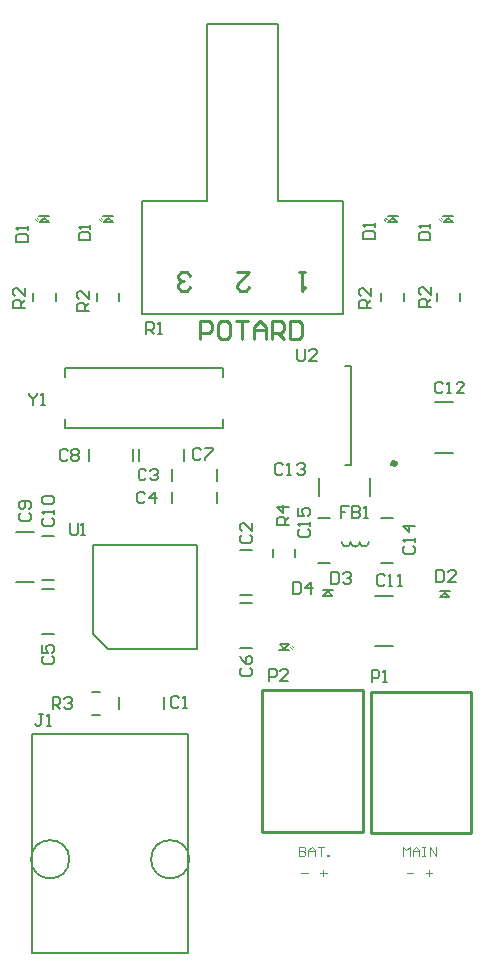
<source format=gto>
%FSLAX42Y42*%
%MOMM*%
G71*
G01*
G75*
G04 Layer_Color=65535*
%ADD10R,1.50X0.30*%
%ADD11R,0.30X1.50*%
%ADD12O,0.30X1.50*%
%ADD13R,5.50X2.00*%
%ADD14R,1.68X1.52*%
%ADD15R,1.10X1.00*%
%ADD16R,1.00X1.10*%
%ADD17R,1.30X1.50*%
%ADD18R,1.50X1.30*%
%ADD19R,2.00X1.20*%
%ADD20R,5.60X5.60*%
%ADD21C,1.00*%
%ADD22C,0.25*%
%ADD23C,0.50*%
%ADD24C,2.00*%
%ADD25R,2.00X2.00*%
%ADD26C,1.20*%
%ADD27C,0.50*%
%ADD28C,3.30*%
%ADD29C,2.00*%
%ADD30C,0.20*%
%ADD31C,0.10*%
D22*
X2215Y-5350D02*
X3065D01*
Y-4150D01*
X2215Y-5350D02*
Y-4150D01*
X3065D01*
X3135Y-5360D02*
X3985D01*
Y-4160D01*
X3135Y-5360D02*
Y-4160D01*
X3985D01*
X2575Y-612D02*
X2525D01*
X2550D01*
Y-765D01*
X2575Y-739D01*
X1999Y-612D02*
X2101D01*
X1999Y-714D01*
Y-739D01*
X2025Y-765D01*
X2075D01*
X2101Y-739D01*
X1601D02*
X1575Y-765D01*
X1525D01*
X1499Y-739D01*
Y-714D01*
X1525Y-688D01*
X1550D01*
X1525D01*
X1499Y-663D01*
Y-638D01*
X1525Y-612D01*
X1575D01*
X1601Y-638D01*
X1691Y-1172D02*
Y-1020D01*
X1767D01*
X1793Y-1045D01*
Y-1096D01*
X1767Y-1121D01*
X1691D01*
X1920Y-1020D02*
X1869D01*
X1843Y-1045D01*
Y-1147D01*
X1869Y-1172D01*
X1920D01*
X1945Y-1147D01*
Y-1045D01*
X1920Y-1020D01*
X1996D02*
X2097D01*
X2047D01*
Y-1172D01*
X2148D02*
Y-1070D01*
X2199Y-1020D01*
X2250Y-1070D01*
Y-1172D01*
Y-1096D01*
X2148D01*
X2300Y-1172D02*
Y-1020D01*
X2377D01*
X2402Y-1045D01*
Y-1096D01*
X2377Y-1121D01*
X2300D01*
X2351D02*
X2402Y-1172D01*
X2453Y-1020D02*
Y-1172D01*
X2529D01*
X2554Y-1147D01*
Y-1045D01*
X2529Y-1020D01*
X2453D01*
D23*
X3340Y-2230D02*
G03*
X3340Y-2230I-10J0D01*
G01*
D30*
X3041Y-2895D02*
G03*
X3117Y-2895I38J0D01*
G01*
X2965D02*
G03*
X3041Y-2895I38J0D01*
G01*
X2888D02*
G03*
X2965Y-2895I38J0D01*
G01*
X582Y-5580D02*
G03*
X582Y-5580I-162J0D01*
G01*
X1598D02*
G03*
X1598Y-5580I-162J0D01*
G01*
X783Y-3673D02*
X912Y-3802D01*
X783Y-3673D02*
Y-2919D01*
X1666D01*
Y-3802D02*
Y-2919D01*
X912Y-3802D02*
X1666D01*
X542Y-1925D02*
X1882D01*
X542Y-1425D02*
X1882D01*
Y-1494D02*
Y-1425D01*
Y-1925D02*
Y-1856D01*
X542Y-1925D02*
Y-1856D01*
Y-1494D02*
Y-1425D01*
X2727Y-3300D02*
X2813D01*
X2770Y-3312D02*
X2808Y-3351D01*
X2732D02*
X2808D01*
X2732D02*
X2770Y-3312D01*
X3717Y-3310D02*
X3803D01*
X3760Y-3322D02*
X3798Y-3361D01*
X3722D02*
X3798D01*
X3722D02*
X3760Y-3322D01*
X2304Y-3018D02*
Y-2953D01*
X2496Y-3018D02*
Y-2953D01*
X778Y-4356D02*
X843D01*
X778Y-4164D02*
X843D01*
X466Y-853D02*
Y-788D01*
X274Y-853D02*
Y-788D01*
X1006Y-852D02*
Y-788D01*
X814Y-852D02*
Y-788D01*
X3416Y-852D02*
Y-788D01*
X3224Y-852D02*
Y-788D01*
X3886Y-852D02*
Y-788D01*
X3694Y-852D02*
Y-788D01*
X2699Y-2506D02*
Y-2354D01*
X3125Y-2430D02*
Y-2354D01*
Y-2506D02*
Y-2430D01*
X3678Y-1712D02*
X3831D01*
X3755Y-2138D02*
X3831D01*
X3678D02*
X3755D01*
X3174Y-3349D02*
X3326D01*
X3250Y-3775D02*
X3326D01*
X3174D02*
X3250D01*
X134Y-3236D02*
X286D01*
X134Y-2810D02*
X210D01*
X286D01*
X2739Y-3070D02*
X2790D01*
X2688Y-2690D02*
X2790D01*
X2688Y-3070D02*
X2739D01*
X3269Y-3071D02*
X3320D01*
X3218Y-2690D02*
X3320D01*
X3218Y-3071D02*
X3269D01*
X399Y-3220D02*
X450D01*
X348Y-2840D02*
X450D01*
X348Y-3220D02*
X399D01*
X1125Y-2160D02*
Y-2109D01*
X745Y-2211D02*
Y-2109D01*
X1125Y-2211D02*
Y-2160D01*
X1555Y-2160D02*
Y-2109D01*
X1174Y-2211D02*
Y-2109D01*
X1555Y-2211D02*
Y-2160D01*
X2024Y-3410D02*
X2075D01*
X2024Y-3790D02*
X2126D01*
X2075Y-3410D02*
X2126D01*
X400Y-3675D02*
X451D01*
X349Y-3295D02*
X451D01*
X349Y-3675D02*
X400D01*
X1832Y-2517D02*
Y-2467D01*
X1452Y-2568D02*
Y-2467D01*
X1832Y-2568D02*
Y-2517D01*
Y-2328D02*
Y-2277D01*
X1452Y-2378D02*
Y-2277D01*
X1832Y-2378D02*
Y-2328D01*
X2075Y-3340D02*
X2126D01*
X2024Y-2959D02*
X2126D01*
X2024Y-3340D02*
X2075D01*
X1005Y-4311D02*
Y-4260D01*
X1386Y-4311D02*
Y-4209D01*
X1005Y-4260D02*
Y-4209D01*
X2400Y-3796D02*
X2438Y-3758D01*
X2362D02*
X2438D01*
X2362D02*
X2400Y-3796D01*
X2357Y-3809D02*
X2443D01*
X332Y-187D02*
X370Y-149D01*
X332Y-187D02*
X408D01*
X370Y-149D02*
X408Y-187D01*
X327Y-136D02*
X413D01*
X872Y-187D02*
X910Y-149D01*
X872Y-187D02*
X948D01*
X910Y-149D02*
X948Y-187D01*
X867Y-136D02*
X953D01*
X3282Y-187D02*
X3320Y-149D01*
X3282Y-187D02*
X3358D01*
X3320Y-149D02*
X3358Y-187D01*
X3277Y-136D02*
X3363D01*
X3752Y-187D02*
X3790Y-149D01*
X3752Y-187D02*
X3828D01*
X3790Y-149D02*
X3828Y-187D01*
X3747Y-136D02*
X3833D01*
X2968Y-2244D02*
Y-1406D01*
X2913D02*
X2968D01*
X2913Y-2244D02*
X2968D01*
X2350Y-10D02*
Y1490D01*
X1750D02*
X2350D01*
X1750Y-10D02*
Y1490D01*
X1200Y-10D02*
X1750D01*
X1200Y-960D02*
Y-10D01*
Y-960D02*
X2900D01*
Y-10D01*
X2350D02*
X2900D01*
X268Y-4520D02*
X1588D01*
X268Y-6370D02*
X1588D01*
Y-4520D01*
X268Y-6370D02*
Y-4520D01*
X1509Y-4217D02*
X1492Y-4200D01*
X1459D01*
X1442Y-4217D01*
Y-4283D01*
X1459Y-4300D01*
X1492D01*
X1509Y-4283D01*
X1542Y-4300D02*
X1575D01*
X1559D01*
Y-4200D01*
X1542Y-4217D01*
X2047Y-2833D02*
X2030Y-2850D01*
Y-2883D01*
X2047Y-2900D01*
X2113D01*
X2130Y-2883D01*
Y-2850D01*
X2113Y-2833D01*
X2130Y-2733D02*
Y-2800D01*
X2063Y-2733D01*
X2047D01*
X2030Y-2750D01*
Y-2783D01*
X2047Y-2800D01*
X1234Y-2289D02*
X1217Y-2273D01*
X1184D01*
X1168Y-2289D01*
Y-2356D01*
X1184Y-2373D01*
X1217D01*
X1234Y-2356D01*
X1267Y-2289D02*
X1284Y-2273D01*
X1317D01*
X1334Y-2289D01*
Y-2306D01*
X1317Y-2323D01*
X1301D01*
X1317D01*
X1334Y-2339D01*
Y-2356D01*
X1317Y-2373D01*
X1284D01*
X1267Y-2356D01*
X1224Y-2484D02*
X1207Y-2468D01*
X1174D01*
X1157Y-2484D01*
Y-2551D01*
X1174Y-2567D01*
X1207D01*
X1224Y-2551D01*
X1307Y-2567D02*
Y-2468D01*
X1257Y-2518D01*
X1324D01*
X367Y-3863D02*
X350Y-3880D01*
Y-3913D01*
X367Y-3930D01*
X433D01*
X450Y-3913D01*
Y-3880D01*
X433Y-3863D01*
X350Y-3763D02*
Y-3830D01*
X400D01*
X383Y-3797D01*
Y-3780D01*
X400Y-3763D01*
X433D01*
X450Y-3780D01*
Y-3813D01*
X433Y-3830D01*
X2042Y-3958D02*
X2025Y-3975D01*
Y-4008D01*
X2042Y-4025D01*
X2108D01*
X2125Y-4008D01*
Y-3975D01*
X2108Y-3958D01*
X2025Y-3858D02*
X2042Y-3892D01*
X2075Y-3925D01*
X2108D01*
X2125Y-3908D01*
Y-3875D01*
X2108Y-3858D01*
X2092D01*
X2075Y-3875D01*
Y-3925D01*
X1697Y-2117D02*
X1680Y-2100D01*
X1647D01*
X1630Y-2117D01*
Y-2183D01*
X1647Y-2200D01*
X1680D01*
X1697Y-2183D01*
X1730Y-2100D02*
X1797D01*
Y-2117D01*
X1730Y-2183D01*
Y-2200D01*
X567Y-2127D02*
X550Y-2110D01*
X517D01*
X500Y-2127D01*
Y-2193D01*
X517Y-2210D01*
X550D01*
X567Y-2193D01*
X600Y-2127D02*
X617Y-2110D01*
X650D01*
X667Y-2127D01*
Y-2143D01*
X650Y-2160D01*
X667Y-2177D01*
Y-2193D01*
X650Y-2210D01*
X617D01*
X600Y-2193D01*
Y-2177D01*
X617Y-2160D01*
X600Y-2143D01*
Y-2127D01*
X617Y-2160D02*
X650D01*
X177Y-2648D02*
X160Y-2665D01*
Y-2698D01*
X177Y-2715D01*
X243D01*
X260Y-2698D01*
Y-2665D01*
X243Y-2648D01*
Y-2615D02*
X260Y-2598D01*
Y-2565D01*
X243Y-2548D01*
X177D01*
X160Y-2565D01*
Y-2598D01*
X177Y-2615D01*
X193D01*
X210Y-2598D01*
Y-2548D01*
X366Y-2689D02*
X349Y-2706D01*
Y-2739D01*
X366Y-2755D01*
X433D01*
X449Y-2739D01*
Y-2706D01*
X433Y-2689D01*
X449Y-2656D02*
Y-2622D01*
Y-2639D01*
X349D01*
X366Y-2656D01*
Y-2572D02*
X349Y-2556D01*
Y-2522D01*
X366Y-2506D01*
X433D01*
X449Y-2522D01*
Y-2556D01*
X433Y-2572D01*
X366D01*
X3251Y-3186D02*
X3235Y-3169D01*
X3201D01*
X3185Y-3186D01*
Y-3253D01*
X3201Y-3269D01*
X3235D01*
X3251Y-3253D01*
X3285Y-3269D02*
X3318D01*
X3301D01*
Y-3169D01*
X3285Y-3186D01*
X3368Y-3269D02*
X3401D01*
X3385D01*
Y-3169D01*
X3368Y-3186D01*
X3744Y-1553D02*
X3727Y-1536D01*
X3694D01*
X3677Y-1553D01*
Y-1619D01*
X3694Y-1636D01*
X3727D01*
X3744Y-1619D01*
X3777Y-1636D02*
X3811D01*
X3794D01*
Y-1536D01*
X3777Y-1553D01*
X3927Y-1636D02*
X3861D01*
X3927Y-1569D01*
Y-1553D01*
X3911Y-1536D01*
X3877D01*
X3861Y-1553D01*
X2392Y-2242D02*
X2375Y-2225D01*
X2342D01*
X2325Y-2242D01*
Y-2308D01*
X2342Y-2325D01*
X2375D01*
X2392Y-2308D01*
X2425Y-2325D02*
X2458D01*
X2442D01*
Y-2225D01*
X2425Y-2242D01*
X2508D02*
X2525Y-2225D01*
X2558D01*
X2575Y-2242D01*
Y-2258D01*
X2558Y-2275D01*
X2542D01*
X2558D01*
X2575Y-2292D01*
Y-2308D01*
X2558Y-2325D01*
X2525D01*
X2508Y-2308D01*
X3426Y-2929D02*
X3409Y-2946D01*
Y-2979D01*
X3426Y-2996D01*
X3493D01*
X3509Y-2979D01*
Y-2946D01*
X3493Y-2929D01*
X3509Y-2896D02*
Y-2862D01*
Y-2879D01*
X3409D01*
X3426Y-2896D01*
X3509Y-2762D02*
X3409D01*
X3459Y-2812D01*
Y-2746D01*
X2534Y-2788D02*
X2518Y-2805D01*
Y-2838D01*
X2534Y-2855D01*
X2601D01*
X2617Y-2838D01*
Y-2805D01*
X2601Y-2788D01*
X2617Y-2755D02*
Y-2722D01*
Y-2738D01*
X2518D01*
X2534Y-2755D01*
X2518Y-2605D02*
Y-2672D01*
X2568D01*
X2551Y-2638D01*
Y-2622D01*
X2568Y-2605D01*
X2601D01*
X2617Y-2622D01*
Y-2655D01*
X2601Y-2672D01*
X3540Y-335D02*
X3640D01*
Y-285D01*
X3623Y-268D01*
X3557D01*
X3540Y-285D01*
Y-335D01*
X3640Y-235D02*
Y-202D01*
Y-218D01*
X3540D01*
X3557Y-235D01*
X3070Y-330D02*
X3170D01*
Y-280D01*
X3153Y-263D01*
X3087D01*
X3070Y-280D01*
Y-330D01*
X3170Y-230D02*
Y-197D01*
Y-213D01*
X3070D01*
X3087Y-230D01*
X660Y-340D02*
X760D01*
Y-290D01*
X743Y-273D01*
X677D01*
X660Y-290D01*
Y-340D01*
X760Y-240D02*
Y-207D01*
Y-223D01*
X660D01*
X677Y-240D01*
X130Y-350D02*
X230D01*
Y-300D01*
X213Y-283D01*
X147D01*
X130Y-300D01*
Y-350D01*
X230Y-250D02*
Y-217D01*
Y-233D01*
X130D01*
X147Y-250D01*
X3685Y-3129D02*
Y-3229D01*
X3735D01*
X3752Y-3212D01*
Y-3145D01*
X3735Y-3129D01*
X3685D01*
X3852Y-3229D02*
X3785D01*
X3852Y-3162D01*
Y-3145D01*
X3835Y-3129D01*
X3802D01*
X3785Y-3145D01*
X2800Y-3150D02*
Y-3250D01*
X2850D01*
X2867Y-3233D01*
Y-3167D01*
X2850Y-3150D01*
X2800D01*
X2900Y-3167D02*
X2917Y-3150D01*
X2950D01*
X2967Y-3167D01*
Y-3183D01*
X2950Y-3200D01*
X2933D01*
X2950D01*
X2967Y-3217D01*
Y-3233D01*
X2950Y-3250D01*
X2917D01*
X2900Y-3233D01*
X2475Y-3235D02*
Y-3335D01*
X2525D01*
X2542Y-3318D01*
Y-3252D01*
X2525Y-3235D01*
X2475D01*
X2625Y-3335D02*
Y-3235D01*
X2575Y-3285D01*
X2642D01*
X2946Y-2590D02*
X2879D01*
Y-2640D01*
X2913D01*
X2879D01*
Y-2690D01*
X2979Y-2590D02*
Y-2690D01*
X3029D01*
X3046Y-2673D01*
Y-2657D01*
X3029Y-2640D01*
X2979D01*
X3029D01*
X3046Y-2623D01*
Y-2607D01*
X3029Y-2590D01*
X2979D01*
X3079Y-2690D02*
X3112D01*
X3096D01*
Y-2590D01*
X3079Y-2607D01*
X357Y-4350D02*
X323D01*
X340D01*
Y-4433D01*
X323Y-4450D01*
X307D01*
X290Y-4433D01*
X390Y-4450D02*
X423D01*
X407D01*
Y-4350D01*
X390Y-4367D01*
X3142Y-4077D02*
Y-3977D01*
X3192D01*
X3208Y-3994D01*
Y-4027D01*
X3192Y-4044D01*
X3142D01*
X3242Y-4077D02*
X3275D01*
X3258D01*
Y-3977D01*
X3242Y-3994D01*
X2270Y-4070D02*
Y-3970D01*
X2320D01*
X2337Y-3987D01*
Y-4020D01*
X2320Y-4037D01*
X2270D01*
X2437Y-4070D02*
X2370D01*
X2437Y-4003D01*
Y-3987D01*
X2420Y-3970D01*
X2387D01*
X2370Y-3987D01*
X1230Y-1130D02*
Y-1030D01*
X1280D01*
X1297Y-1047D01*
Y-1080D01*
X1280Y-1097D01*
X1230D01*
X1263D02*
X1297Y-1130D01*
X1330D02*
X1363D01*
X1347D01*
Y-1030D01*
X1330Y-1047D01*
X3642Y-902D02*
X3543D01*
Y-853D01*
X3559Y-836D01*
X3593D01*
X3609Y-853D01*
Y-902D01*
Y-869D02*
X3642Y-836D01*
Y-736D02*
Y-803D01*
X3576Y-736D01*
X3559D01*
X3543Y-753D01*
Y-786D01*
X3559Y-803D01*
X3138Y-910D02*
X3038D01*
Y-860D01*
X3054Y-843D01*
X3088D01*
X3104Y-860D01*
Y-910D01*
Y-877D02*
X3138Y-843D01*
Y-743D02*
Y-810D01*
X3071Y-743D01*
X3054D01*
X3038Y-760D01*
Y-793D01*
X3054Y-810D01*
X750Y-935D02*
X650D01*
Y-885D01*
X667Y-868D01*
X700D01*
X717Y-885D01*
Y-935D01*
Y-902D02*
X750Y-868D01*
Y-768D02*
Y-835D01*
X683Y-768D01*
X667D01*
X650Y-785D01*
Y-818D01*
X667Y-835D01*
X203Y-912D02*
X103D01*
Y-863D01*
X119Y-846D01*
X153D01*
X169Y-863D01*
Y-912D01*
Y-879D02*
X203Y-846D01*
Y-746D02*
Y-813D01*
X136Y-746D01*
X119D01*
X103Y-763D01*
Y-796D01*
X119Y-813D01*
X440Y-4310D02*
Y-4210D01*
X490D01*
X507Y-4227D01*
Y-4260D01*
X490Y-4277D01*
X440D01*
X473D02*
X507Y-4310D01*
X540Y-4227D02*
X557Y-4210D01*
X590D01*
X607Y-4227D01*
Y-4243D01*
X590Y-4260D01*
X573D01*
X590D01*
X607Y-4277D01*
Y-4293D01*
X590Y-4310D01*
X557D01*
X540Y-4293D01*
X2440Y-2750D02*
X2340D01*
Y-2700D01*
X2357Y-2683D01*
X2390D01*
X2407Y-2700D01*
Y-2750D01*
Y-2717D02*
X2440Y-2683D01*
Y-2600D02*
X2340D01*
X2390Y-2650D01*
Y-2583D01*
X585Y-2735D02*
Y-2818D01*
X602Y-2835D01*
X635D01*
X652Y-2818D01*
Y-2735D01*
X685Y-2835D02*
X718D01*
X702D01*
Y-2735D01*
X685Y-2752D01*
X2510Y-1260D02*
Y-1343D01*
X2527Y-1360D01*
X2560D01*
X2577Y-1343D01*
Y-1260D01*
X2677Y-1360D02*
X2610D01*
X2677Y-1293D01*
Y-1277D01*
X2660Y-1260D01*
X2627D01*
X2610Y-1277D01*
X240Y-1635D02*
Y-1652D01*
X273Y-1685D01*
X307Y-1652D01*
Y-1635D01*
X273Y-1685D02*
Y-1735D01*
X340D02*
X373D01*
X357D01*
Y-1635D01*
X340Y-1652D01*
D31*
X2451Y-3784D02*
X2464Y-3796D01*
Y-3771D02*
X2476Y-3784D01*
X307Y-149D02*
X319Y-161D01*
X294D02*
X307Y-174D01*
X847Y-149D02*
X859Y-161D01*
X834D02*
X847Y-174D01*
X3256Y-149D02*
X3269Y-161D01*
X3244D02*
X3256Y-174D01*
X3726Y-149D02*
X3739Y-161D01*
X3714D02*
X3726Y-174D01*
X3410Y-5553D02*
Y-5473D01*
X3436Y-5500D01*
X3463Y-5473D01*
Y-5553D01*
X3490D02*
Y-5500D01*
X3516Y-5473D01*
X3543Y-5500D01*
Y-5553D01*
Y-5513D01*
X3490D01*
X3570Y-5473D02*
X3596D01*
X3583D01*
Y-5553D01*
X3570D01*
X3596D01*
X3636D02*
Y-5473D01*
X3690Y-5553D01*
Y-5473D01*
X2527D02*
Y-5553D01*
X2567D01*
X2580Y-5540D01*
Y-5526D01*
X2567Y-5513D01*
X2527D01*
X2567D01*
X2580Y-5500D01*
Y-5486D01*
X2567Y-5473D01*
X2527D01*
X2607Y-5553D02*
Y-5500D01*
X2634Y-5473D01*
X2660Y-5500D01*
Y-5553D01*
Y-5513D01*
X2607D01*
X2687Y-5473D02*
X2740D01*
X2714D01*
Y-5553D01*
X2767D02*
Y-5540D01*
X2780D01*
Y-5553D01*
X2767D01*
X2547Y-5696D02*
X2600D01*
X2707D02*
X2760D01*
X2734Y-5669D02*
Y-5723D01*
X3443Y-5696D02*
X3496D01*
X3603D02*
X3656D01*
X3630Y-5669D02*
Y-5723D01*
M02*

</source>
